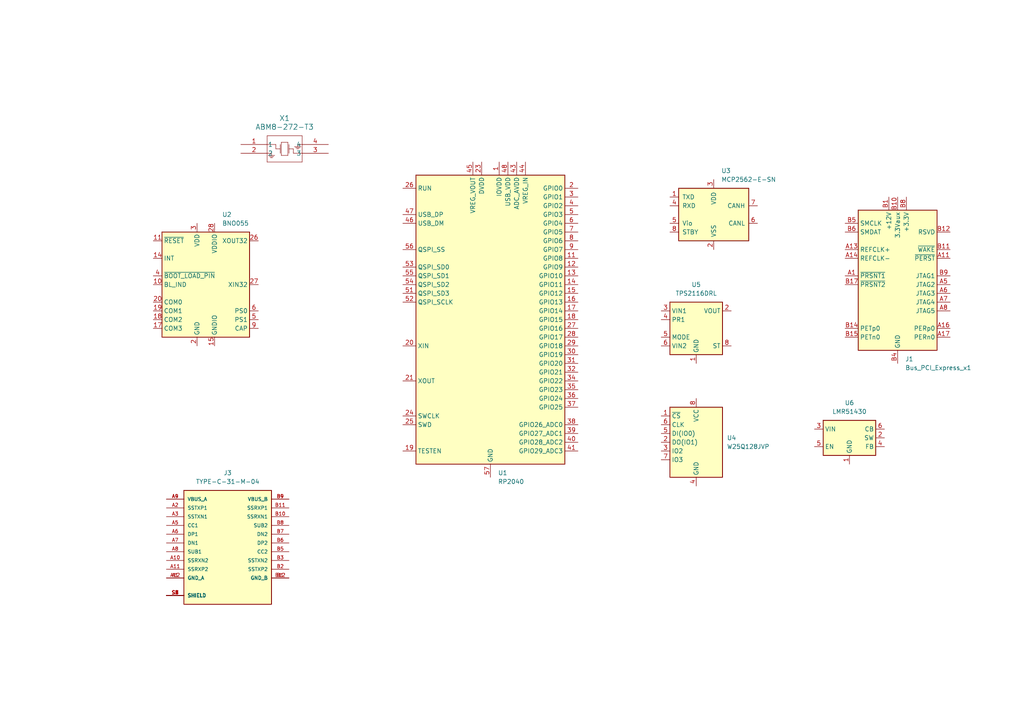
<source format=kicad_sch>
(kicad_sch (version 20231120) (generator "eeschema") (generator_version "8.0")
  (paper "A4")
  (lib_symbols
    (symbol "2024-12-09_07-34-56:ABM8-272-T3" (pin_names (offset 0.254))
      (property "Reference" "X" (at 12.7 7.62 0))
      (property "Value" "ABM8-272-T3" (at 12.7 5.08 0))
      (symbol "ABM8-272-T3_0_1"
        (polyline (pts (xy 7.62 -5.08) (xy 17.78 -5.08)) (stroke (width 0.127)))
        (polyline (pts (xy 7.62 -2.54) (xy 8.89 -2.54)) (stroke (width 0.127)))
        (polyline (pts (xy 7.62 2.54) (xy 7.62 -5.08)) (stroke (width 0.127)))
        (polyline (pts (xy 7.9375 -3.175) (xy 9.8425 -3.175)) (stroke (width 0.127)))
        (polyline (pts (xy 8.255 -3.4925) (xy 9.525 -3.4925)) (stroke (width 0.127)))
        (polyline (pts (xy 8.5725 -3.81) (xy 9.2075 -3.81)) (stroke (width 0.127)))
        (polyline (pts (xy 8.89 -2.54) (xy 8.89 -3.175)) (stroke (width 0.127)))
        (polyline (pts (xy 10.16 -1.27) (xy 10.16 0)) (stroke (width 0.127)))
        (polyline (pts (xy 10.16 0) (xy 7.62 0)) (stroke (width 0.127)))
        (polyline (pts (xy 11.43 -1.27) (xy 10.16 -1.27)) (stroke (width 0.127)))
        (polyline (pts (xy 11.43 0) (xy 11.43 -2.54)) (stroke (width 0.127)))
        (polyline (pts (xy 11.7475 -3.175) (xy 13.6525 -3.175)) (stroke (width 0.127)))
        (polyline (pts (xy 11.7475 0.635) (xy 11.7475 -3.175)) (stroke (width 0.127)))
        (polyline (pts (xy 13.6525 -3.175) (xy 13.6525 0.635)) (stroke (width 0.127)))
        (polyline (pts (xy 13.6525 0.635) (xy 11.7475 0.635)) (stroke (width 0.127)))
        (polyline (pts (xy 13.97 -1.27) (xy 15.24 -1.27)) (stroke (width 0.127)))
        (polyline (pts (xy 13.97 0) (xy 13.97 -2.54)) (stroke (width 0.127)))
        (polyline (pts (xy 15.24 -2.54) (xy 17.78 -2.54)) (stroke (width 0.127)))
        (polyline (pts (xy 15.24 -1.27) (xy 15.24 -2.54)) (stroke (width 0.127)))
        (polyline (pts (xy 16.51 0) (xy 16.51 -0.635)) (stroke (width 0.127)))
        (polyline (pts (xy 16.8275 -1.27) (xy 16.1925 -1.27)) (stroke (width 0.127)))
        (polyline (pts (xy 17.145 -0.9525) (xy 15.875 -0.9525)) (stroke (width 0.127)))
        (polyline (pts (xy 17.4625 -0.635) (xy 15.5575 -0.635)) (stroke (width 0.127)))
        (polyline (pts (xy 17.78 -5.08) (xy 17.78 2.54)) (stroke (width 0.127)))
        (polyline (pts (xy 17.78 0) (xy 16.51 0)) (stroke (width 0.127)))
        (polyline (pts (xy 17.78 2.54) (xy 7.62 2.54)) (stroke (width 0.127)))
        (pin unspecified line (at 0 0 0) (length 7.62) (name "1") (number "1"))
        (pin unspecified line (at 0 -2.54 0) (length 7.62) (name "2") (number "2"))
        (pin unspecified line (at 25.4 -2.54 180) (length 7.62) (name "3") (number "3"))
        (pin unspecified line (at 25.4 0 180) (length 7.62) (name "4") (number "4"))
      )
    )
    (symbol "Connector:Bus_PCI_Express_x1"
      (property "Reference" "J" (at -8.89 22.86 0))
      (property "Value" "Bus_PCI_Express_x1" (at 12.7 22.86 0))
      (symbol "Bus_PCI_Express_x1_0_1"
        (rectangle (start -11.43 21.59) (end 11.43 -19.05) (stroke (width 0.254)) (fill (type background)))
      )
      (symbol "Bus_PCI_Express_x1_1_1"
        (pin passive line (at -15.24 2.54 0) (length 3.81) (name "~{PRSNT1}") (number "A1"))
        (pin passive line (at 2.54 25.4 270) (length 3.81) hide (name "+3.3V") (number "A10"))
        (pin input line (at 15.24 7.62 180) (length 3.81) (name "~{PERST}") (number "A11"))
        (pin passive line (at 0 -22.86 90) (length 3.81) hide (name "GND") (number "A12"))
        (pin input line (at -15.24 10.16 0) (length 3.81) (name "REFCLK+") (number "A13"))
        (pin input line (at -15.24 7.62 0) (length 3.81) (name "REFCLK-") (number "A14"))
        (pin passive line (at 0 -22.86 90) (length 3.81) hide (name "GND") (number "A15"))
        (pin output line (at 15.24 -12.7 180) (length 3.81) (name "PERp0") (number "A16"))
        (pin output line (at 15.24 -15.24 180) (length 3.81) (name "PERn0") (number "A17"))
        (pin passive line (at 0 -22.86 90) (length 3.81) hide (name "GND") (number "A18"))
        (pin passive line (at -2.54 25.4 270) (length 3.81) hide (name "+12V") (number "A2"))
        (pin passive line (at -2.54 25.4 270) (length 3.81) hide (name "+12V") (number "A3"))
        (pin passive line (at 0 -22.86 90) (length 3.81) hide (name "GND") (number "A4"))
        (pin input line (at 15.24 0 180) (length 3.81) (name "JTAG2") (number "A5"))
        (pin input line (at 15.24 -2.54 180) (length 3.81) (name "JTAG3") (number "A6"))
        (pin output line (at 15.24 -5.08 180) (length 3.81) (name "JTAG4") (number "A7"))
        (pin input line (at 15.24 -7.62 180) (length 3.81) (name "JTAG5") (number "A8"))
        (pin passive line (at 2.54 25.4 270) (length 3.81) hide (name "+3.3V") (number "A9"))
        (pin power_in line (at -2.54 25.4 270) (length 3.81) (name "+12V") (number "B1"))
        (pin power_in line (at 0 25.4 270) (length 3.81) (name "3.3Vaux") (number "B10"))
        (pin open_collector line (at 15.24 10.16 180) (length 3.81) (name "~{WAKE}") (number "B11"))
        (pin passive line (at 15.24 15.24 180) (length 3.81) (name "RSVD") (number "B12"))
        (pin passive line (at 0 -22.86 90) (length 3.81) hide (name "GND") (number "B13"))
        (pin input line (at -15.24 -12.7 0) (length 3.81) (name "PETp0") (number "B14"))
        (pin input line (at -15.24 -15.24 0) (length 3.81) (name "PETn0") (number "B15"))
        (pin passive line (at 0 -22.86 90) (length 3.81) hide (name "GND") (number "B16"))
        (pin passive line (at -15.24 0 0) (length 3.81) (name "~{PRSNT2}") (number "B17"))
        (pin passive line (at 0 -22.86 90) (length 3.81) hide (name "GND") (number "B18"))
        (pin passive line (at -2.54 25.4 270) (length 3.81) hide (name "+12V") (number "B2"))
        (pin passive line (at -2.54 25.4 270) (length 3.81) hide (name "+12V") (number "B3"))
        (pin power_in line (at 0 -22.86 90) (length 3.81) (name "GND") (number "B4"))
        (pin input line (at -15.24 17.78 0) (length 3.81) (name "SMCLK") (number "B5"))
        (pin bidirectional line (at -15.24 15.24 0) (length 3.81) (name "SMDAT") (number "B6"))
        (pin passive line (at 0 -22.86 90) (length 3.81) hide (name "GND") (number "B7"))
        (pin power_in line (at 2.54 25.4 270) (length 3.81) (name "+3.3V") (number "B8"))
        (pin input line (at 15.24 2.54 180) (length 3.81) (name "JTAG1") (number "B9"))
      )
    )
    (symbol "Interface_CAN_LIN:MCP2562-E-SN" (pin_names (offset 1.016))
      (property "Reference" "U" (at -10.16 8.89 0))
      (property "Value" "MCP2562-E-SN" (at 2.54 8.89 0))
      (symbol "MCP2562-E-SN_0_1"
        (rectangle (start -10.16 7.62) (end 10.16 -7.62) (stroke (width 0.254)) (fill (type background)))
      )
      (symbol "MCP2562-E-SN_1_1"
        (pin input line (at -12.7 5.08 0) (length 2.54) (name "TXD") (number "1"))
        (pin power_in line (at 0 -10.16 90) (length 2.54) (name "VSS") (number "2"))
        (pin power_in line (at 0 10.16 270) (length 2.54) (name "VDD") (number "3"))
        (pin output line (at -12.7 2.54 0) (length 2.54) (name "RXD") (number "4"))
        (pin power_in line (at -12.7 -2.54 0) (length 2.54) (name "Vio") (number "5"))
        (pin bidirectional line (at 12.7 -2.54 180) (length 2.54) (name "CANL") (number "6"))
        (pin bidirectional line (at 12.7 2.54 180) (length 2.54) (name "CANH") (number "7"))
        (pin input line (at -12.7 -5.08 0) (length 2.54) (name "STBY") (number "8"))
      )
    )
    (symbol "MCU_RaspberryPi:RP2040"
      (property "Reference" "U" (at 17.78 45.72 0))
      (property "Value" "RP2040" (at 17.78 43.18 0))
      (symbol "RP2040_0_1"
        (rectangle (start -21.59 41.91) (end 21.59 -41.91) (stroke (width 0.254)) (fill (type background)))
      )
      (symbol "RP2040_1_1"
        (pin power_in line (at 2.54 45.72 270) (length 3.81) (name "IOVDD") (number "1"))
        (pin passive line (at 2.54 45.72 270) (length 3.81) hide (name "IOVDD") (number "10"))
        (pin bidirectional line (at 25.4 17.78 180) (length 3.81) (name "GPIO8") (number "11"))
        (pin bidirectional line (at 25.4 15.24 180) (length 3.81) (name "GPIO9") (number "12"))
        (pin bidirectional line (at 25.4 12.7 180) (length 3.81) (name "GPIO10") (number "13"))
        (pin bidirectional line (at 25.4 10.16 180) (length 3.81) (name "GPIO11") (number "14"))
        (pin bidirectional line (at 25.4 7.62 180) (length 3.81) (name "GPIO12") (number "15"))
        (pin bidirectional line (at 25.4 5.08 180) (length 3.81) (name "GPIO13") (number "16"))
        (pin bidirectional line (at 25.4 2.54 180) (length 3.81) (name "GPIO14") (number "17"))
        (pin bidirectional line (at 25.4 0 180) (length 3.81) (name "GPIO15") (number "18"))
        (pin input line (at -25.4 -38.1 0) (length 3.81) (name "TESTEN") (number "19"))
        (pin bidirectional line (at 25.4 38.1 180) (length 3.81) (name "GPIO0") (number "2"))
        (pin input line (at -25.4 -7.62 0) (length 3.81) (name "XIN") (number "20"))
        (pin passive line (at -25.4 -17.78 0) (length 3.81) (name "XOUT") (number "21"))
        (pin passive line (at 2.54 45.72 270) (length 3.81) hide (name "IOVDD") (number "22"))
        (pin power_in line (at -2.54 45.72 270) (length 3.81) (name "DVDD") (number "23"))
        (pin input line (at -25.4 -27.94 0) (length 3.81) (name "SWCLK") (number "24"))
        (pin bidirectional line (at -25.4 -30.48 0) (length 3.81) (name "SWD") (number "25"))
        (pin input line (at -25.4 38.1 0) (length 3.81) (name "RUN") (number "26"))
        (pin bidirectional line (at 25.4 -2.54 180) (length 3.81) (name "GPIO16") (number "27"))
        (pin bidirectional line (at 25.4 -5.08 180) (length 3.81) (name "GPIO17") (number "28"))
        (pin bidirectional line (at 25.4 -7.62 180) (length 3.81) (name "GPIO18") (number "29"))
        (pin bidirectional line (at 25.4 35.56 180) (length 3.81) (name "GPIO1") (number "3"))
        (pin bidirectional line (at 25.4 -10.16 180) (length 3.81) (name "GPIO19") (number "30"))
        (pin bidirectional line (at 25.4 -12.7 180) (length 3.81) (name "GPIO20") (number "31"))
        (pin bidirectional line (at 25.4 -15.24 180) (length 3.81) (name "GPIO21") (number "32"))
        (pin passive line (at 2.54 45.72 270) (length 3.81) hide (name "IOVDD") (number "33"))
        (pin bidirectional line (at 25.4 -17.78 180) (length 3.81) (name "GPIO22") (number "34"))
        (pin bidirectional line (at 25.4 -20.32 180) (length 3.81) (name "GPIO23") (number "35"))
        (pin bidirectional line (at 25.4 -22.86 180) (length 3.81) (name "GPIO24") (number "36"))
        (pin bidirectional line (at 25.4 -25.4 180) (length 3.81) (name "GPIO25") (number "37"))
        (pin bidirectional line (at 25.4 -30.48 180) (length 3.81) (name "GPIO26_ADC0") (number "38"))
        (pin bidirectional line (at 25.4 -33.02 180) (length 3.81) (name "GPIO27_ADC1") (number "39"))
        (pin bidirectional line (at 25.4 33.02 180) (length 3.81) (name "GPIO2") (number "4"))
        (pin bidirectional line (at 25.4 -35.56 180) (length 3.81) (name "GPIO28_ADC2") (number "40"))
        (pin bidirectional line (at 25.4 -38.1 180) (length 3.81) (name "GPIO29_ADC3") (number "41"))
        (pin passive line (at 2.54 45.72 270) (length 3.81) hide (name "IOVDD") (number "42"))
        (pin power_in line (at 7.62 45.72 270) (length 3.81) (name "ADC_AVDD") (number "43"))
        (pin power_in line (at 10.16 45.72 270) (length 3.81) (name "VREG_IN") (number "44"))
        (pin power_out line (at -5.08 45.72 270) (length 3.81) (name "VREG_VOUT") (number "45"))
        (pin bidirectional line (at -25.4 27.94 0) (length 3.81) (name "USB_DM") (number "46"))
        (pin bidirectional line (at -25.4 30.48 0) (length 3.81) (name "USB_DP") (number "47"))
        (pin power_in line (at 5.08 45.72 270) (length 3.81) (name "USB_VDD") (number "48"))
        (pin passive line (at 2.54 45.72 270) (length 3.81) hide (name "IOVDD") (number "49"))
        (pin bidirectional line (at 25.4 30.48 180) (length 3.81) (name "GPIO3") (number "5"))
        (pin passive line (at -2.54 45.72 270) (length 3.81) hide (name "DVDD") (number "50"))
        (pin bidirectional line (at -25.4 7.62 0) (length 3.81) (name "QSPI_SD3") (number "51"))
        (pin output line (at -25.4 5.08 0) (length 3.81) (name "QSPI_SCLK") (number "52"))
        (pin bidirectional line (at -25.4 15.24 0) (length 3.81) (name "QSPI_SD0") (number "53"))
        (pin bidirectional line (at -25.4 10.16 0) (length 3.81) (name "QSPI_SD2") (number "54"))
        (pin bidirectional line (at -25.4 12.7 0) (length 3.81) (name "QSPI_SD1") (number "55"))
        (pin bidirectional line (at -25.4 20.32 0) (length 3.81) (name "QSPI_SS") (number "56"))
        (pin power_in line (at 0 -45.72 90) (length 3.81) (name "GND") (number "57"))
        (pin bidirectional line (at 25.4 27.94 180) (length 3.81) (name "GPIO4") (number "6"))
        (pin bidirectional line (at 25.4 25.4 180) (length 3.81) (name "GPIO5") (number "7"))
        (pin bidirectional line (at 25.4 22.86 180) (length 3.81) (name "GPIO6") (number "8"))
        (pin bidirectional line (at 25.4 20.32 180) (length 3.81) (name "GPIO7") (number "9"))
      )
    )
    (symbol "Memory_Flash:W25Q128JVP"
      (property "Reference" "U" (at -6.35 11.43 0))
      (property "Value" "W25Q128JVP" (at 7.62 11.43 0))
      (symbol "W25Q128JVP_0_1"
        (rectangle (start -7.62 10.16) (end 7.62 -10.16) (stroke (width 0.254)) (fill (type background)))
      )
      (symbol "W25Q128JVP_1_1"
        (pin input line (at -10.16 7.62 0) (length 2.54) (name "~{CS}") (number "1"))
        (pin bidirectional line (at -10.16 0 0) (length 2.54) (name "DO(IO1)") (number "2"))
        (pin bidirectional line (at -10.16 -2.54 0) (length 2.54) (name "IO2") (number "3"))
        (pin power_in line (at 0 -12.7 90) (length 2.54) (name "GND") (number "4"))
        (pin bidirectional line (at -10.16 2.54 0) (length 2.54) (name "DI(IO0)") (number "5"))
        (pin input line (at -10.16 5.08 0) (length 2.54) (name "CLK") (number "6"))
        (pin bidirectional line (at -10.16 -5.08 0) (length 2.54) (name "IO3") (number "7"))
        (pin power_in line (at 0 12.7 270) (length 2.54) (name "VCC") (number "8"))
      )
    )
    (symbol "Power_Management:TPS2116DRL"
      (property "Reference" "U" (at -7.874 9.144 0))
      (property "Value" "TPS2116DRL" (at 0.508 -8.89 0))
      (symbol "TPS2116DRL_0_1"
        (rectangle (start -7.62 7.62) (end 7.62 -7.62) (stroke (width 0.254)) (fill (type background)))
      )
      (symbol "TPS2116DRL_1_0"
        (pin power_out line (at 10.16 5.08 180) (length 2.54) hide (name "VOUT") (number "7"))
      )
      (symbol "TPS2116DRL_1_1"
        (pin power_in line (at 0 -10.16 90) (length 2.54) (name "GND") (number "1"))
        (pin power_out line (at 10.16 5.08 180) (length 2.54) (name "VOUT") (number "2"))
        (pin power_in line (at -10.16 5.08 0) (length 2.54) (name "VIN1") (number "3"))
        (pin input line (at -10.16 2.54 0) (length 2.54) (name "PR1") (number "4"))
        (pin input line (at -10.16 -2.54 0) (length 2.54) (name "MODE") (number "5"))
        (pin power_in line (at -10.16 -5.08 0) (length 2.54) (name "VIN2") (number "6"))
        (pin open_collector line (at 10.16 -5.08 180) (length 2.54) (name "ST") (number "8"))
      )
    )
    (symbol "Regulator_Switching:LMR51430"
      (property "Reference" "U" (at -7.62 6.35 0))
      (property "Value" "LMR51430" (at 0 6.35 0))
      (symbol "LMR51430_0_1"
        (rectangle (start -7.62 5.08) (end 7.62 -5.08) (stroke (width 0.254)) (fill (type background)))
      )
      (symbol "LMR51430_1_1"
        (pin power_in line (at 0 -7.62 90) (length 2.54) (name "GND") (number "1"))
        (pin power_out line (at 10.16 0 180) (length 2.54) (name "SW") (number "2"))
        (pin power_in line (at -10.16 2.54 0) (length 2.54) (name "VIN") (number "3"))
        (pin input line (at 10.16 -2.54 180) (length 2.54) (name "FB") (number "4"))
        (pin input line (at -10.16 -2.54 0) (length 2.54) (name "EN") (number "5"))
        (pin passive line (at 10.16 2.54 180) (length 2.54) (name "CB") (number "6"))
      )
    )
    (symbol "Sensor_Motion:BNO055"
      (property "Reference" "U" (at -11.43 16.51 0))
      (property "Value" "BNO055" (at 12.7 16.51 0))
      (symbol "BNO055_0_1"
        (rectangle (start -12.7 15.24) (end 12.7 -15.24) (stroke (width 0.254)) (fill (type background)))
      )
      (symbol "BNO055_1_1"
        (pin no_connect line (at -12.7 10.16 0) (length 2.54) hide (name "PIN1") (number "1"))
        (pin output line (at -15.24 0 0) (length 2.54) (name "BL_IND") (number "10"))
        (pin input line (at -15.24 12.7 0) (length 2.54) (name "~{RESET}") (number "11"))
        (pin no_connect line (at 12.7 10.16 180) (length 2.54) hide (name "PIN12") (number "12"))
        (pin no_connect line (at 12.7 7.62 180) (length 2.54) hide (name "PIN13") (number "13"))
        (pin output line (at -15.24 7.62 0) (length 2.54) (name "INT") (number "14"))
        (pin power_in line (at 2.54 -17.78 90) (length 2.54) (name "GNDIO") (number "15"))
        (pin passive line (at 2.54 -17.78 90) (length 2.54) hide (name "GNDIO") (number "16"))
        (pin input line (at -15.24 -12.7 0) (length 2.54) (name "COM3") (number "17"))
        (pin passive line (at -15.24 -10.16 0) (length 2.54) (name "COM2") (number "18"))
        (pin bidirectional line (at -15.24 -7.62 0) (length 2.54) (name "COM1") (number "19"))
        (pin power_in line (at -2.54 -17.78 90) (length 2.54) (name "GND") (number "2"))
        (pin bidirectional line (at -15.24 -5.08 0) (length 2.54) (name "COM0") (number "20"))
        (pin no_connect line (at 12.7 5.08 180) (length 2.54) hide (name "PIN21") (number "21"))
        (pin no_connect line (at 12.7 2.54 180) (length 2.54) hide (name "PIN22") (number "22"))
        (pin no_connect line (at 12.7 -2.54 180) (length 2.54) hide (name "PIN23") (number "23"))
        (pin no_connect line (at 12.7 -5.08 180) (length 2.54) hide (name "PIN24") (number "24"))
        (pin passive line (at 2.54 -17.78 90) (length 2.54) hide (name "GNDIO") (number "25"))
        (pin output line (at 15.24 12.7 180) (length 2.54) (name "XOUT32") (number "26"))
        (pin input line (at 15.24 0 180) (length 2.54) (name "XIN32") (number "27"))
        (pin power_in line (at 2.54 17.78 270) (length 2.54) (name "VDDIO") (number "28"))
        (pin power_in line (at -2.54 17.78 270) (length 2.54) (name "VDD") (number "3"))
        (pin input line (at -15.24 2.54 0) (length 2.54) (name "~{BOOT_LOAD_PIN}") (number "4"))
        (pin input line (at 15.24 -10.16 180) (length 2.54) (name "PS1") (number "5"))
        (pin input line (at 15.24 -7.62 180) (length 2.54) (name "PS0") (number "6"))
        (pin no_connect line (at -12.7 5.08 0) (length 2.54) hide (name "PIN7") (number "7"))
        (pin no_connect line (at -12.7 -2.54 0) (length 2.54) hide (name "PIN8") (number "8"))
        (pin passive line (at 15.24 -12.7 180) (length 2.54) (name "CAP") (number "9"))
      )
    )
    (symbol "TYPE-C-31-M-04:TYPE-C-31-M-04" (pin_names (offset 1.016))
      (property "Reference" "J" (at -12.7 16.002 0))
      (property "Value" "TYPE-C-31-M-04" (at -12.7 -18.542 0))
      (symbol "TYPE-C-31-M-04_0_0"
        (rectangle (start -12.7 -17.78) (end 12.7 15.24) (stroke (width 0.254)) (fill (type background)))
        (pin power_in line (at -17.78 -10.16 0) (length 5.08) (name "GND_A") (number "A1"))
        (pin bidirectional line (at -17.78 -5.08 0) (length 5.08) (name "SSRXN2") (number "A10"))
        (pin bidirectional line (at -17.78 -7.62 0) (length 5.08) (name "SSRXP2") (number "A11"))
        (pin power_in line (at -17.78 -10.16 0) (length 5.08) (name "GND_A") (number "A12"))
        (pin bidirectional line (at -17.78 10.16 0) (length 5.08) (name "SSTXP1") (number "A2"))
        (pin bidirectional line (at -17.78 7.62 0) (length 5.08) (name "SSTXN1") (number "A3"))
        (pin power_in line (at -17.78 12.7 0) (length 5.08) (name "VBUS_A") (number "A4"))
        (pin bidirectional line (at -17.78 5.08 0) (length 5.08) (name "CC1") (number "A5"))
        (pin bidirectional line (at -17.78 2.54 0) (length 5.08) (name "DP1") (number "A6"))
        (pin bidirectional line (at -17.78 0 0) (length 5.08) (name "DN1") (number "A7"))
        (pin bidirectional line (at -17.78 -2.54 0) (length 5.08) (name "SUB1") (number "A8"))
        (pin power_in line (at -17.78 12.7 0) (length 5.08) (name "VBUS_A") (number "A9"))
        (pin power_in line (at 17.78 -10.16 180) (length 5.08) (name "GND_B") (number "B1"))
        (pin bidirectional line (at 17.78 7.62 180) (length 5.08) (name "SSRXN1") (number "B10"))
        (pin bidirectional line (at 17.78 10.16 180) (length 5.08) (name "SSRXP1") (number "B11"))
        (pin power_in line (at 17.78 -10.16 180) (length 5.08) (name "GND_B") (number "B12"))
        (pin bidirectional line (at 17.78 -7.62 180) (length 5.08) (name "SSTXP2") (number "B2"))
        (pin bidirectional line (at 17.78 -5.08 180) (length 5.08) (name "SSTXN2") (number "B3"))
        (pin power_in line (at 17.78 12.7 180) (length 5.08) (name "VBUS_B") (number "B4"))
        (pin bidirectional line (at 17.78 -2.54 180) (length 5.08) (name "CC2") (number "B5"))
        (pin bidirectional line (at 17.78 0 180) (length 5.08) (name "DP2") (number "B6"))
        (pin bidirectional line (at 17.78 2.54 180) (length 5.08) (name "DN2") (number "B7"))
        (pin bidirectional line (at 17.78 5.08 180) (length 5.08) (name "SUB2") (number "B8"))
        (pin power_in line (at 17.78 12.7 180) (length 5.08) (name "VBUS_B") (number "B9"))
        (pin passive line (at -17.78 -15.24 0) (length 5.08) (name "SHIELD") (number "S1"))
        (pin passive line (at -17.78 -15.24 0) (length 5.08) (name "SHIELD") (number "S2"))
        (pin passive line (at -17.78 -15.24 0) (length 5.08) (name "SHIELD") (number "S3"))
        (pin passive line (at -17.78 -15.24 0) (length 5.08) (name "SHIELD") (number "S4"))
        (pin passive line (at -17.78 -15.24 0) (length 5.08) (name "SHIELD") (number "S5"))
        (pin passive line (at -17.78 -15.24 0) (length 5.08) (name "SHIELD") (number "S6"))
        (pin passive line (at -17.78 -15.24 0) (length 5.08) (name "SHIELD") (number "S7"))
        (pin passive line (at -17.78 -15.24 0) (length 5.08) (name "SHIELD") (number "S8"))
      )
    )
  )
  (symbol (lib_id "Sensor_Motion:BNO055") (at 59.69 82.55 0) (unit 1)
    (property "Reference" "U2" (at 64.4241 62.23 0) (effects (justify left)))
    (property "Value" "BNO055" (at 64.4241 64.77 0) (effects (justify left)))
    (property "Footprint" "Package_LGA:LGA-28_5.2x3.8mm_P0.5mm" (effects (hide yes)))
    (property "Datasheet" "https://www.bosch-sensortec.com/media/boschsensortec/downloads/datasheets/bst-bno055-ds000.pdf" (effects (hide yes)))
    (property "Description" "Intelligent 9-axis absolute orientation sensor, LGA-28" (effects (hide yes)))
    (property "LCSC" "C93216" (effects (hide yes)))
    (property "basic?" "no" (effects (hide yes)))
    (property "price" "C$14.0435 " (effects (hide yes)))
    (property "link" "https://jlcpcb.com/partdetail/BoschSensortec-BNO055/C93216" (effects (hide yes)))
  )
  (symbol (lib_id "Regulator_Switching:LMR51430") (at 246.38 127 0) (unit 1)
    (property "Reference" "U6" (at 246.38 116.84 0))
    (property "Value" "LMR51430" (at 246.38 119.38 0))
    (property "Footprint" "Package_TO_SOT_SMD:SOT-23-6" (effects (hide yes)))
    (property "Datasheet" "https://www.ti.com/lit/ds/symlink/lmr51430.pdf" (effects (hide yes)))
    (property "Description" "4.5-V to 36-V, 3-A synchronous buck converter with 40-µA IQ, SOT-23-6" (effects (hide yes)))
  )
  (symbol (lib_id "Power_Management:TPS2116DRL") (at 201.93 95.25 0) (unit 1)
    (property "Reference" "U5" (at 201.93 82.55 0))
    (property "Value" "TPS2116DRL" (at 201.93 85.09 0))
    (property "Footprint" "Package_TO_SOT_SMD:SOT-583-8" (effects (hide yes)))
    (property "Datasheet" "https://www.ti.com/lit/ds/symlink/tps2116.pdf" (effects (hide yes)))
    (property "Description" "2 Channnels Power Mux with Manual and Priority Switchover, 1.6-5.5V Input Voltage, 2.5A Output Current, Ron 40 mOhm, SOT-583-8" (effects (hide yes)))
  )
  (symbol (lib_id "MCU_RaspberryPi:RP2040") (at 142.24 92.71 0) (unit 1)
    (property "Reference" "U1" (at 144.4341 137.16 0) (effects (justify left)))
    (property "Value" "RP2040" (at 144.4341 139.7 0) (effects (justify left)))
    (property "Footprint" "Package_DFN_QFN:QFN-56-1EP_7x7mm_P0.4mm_EP3.2x3.2mm" (effects (hide yes)))
    (property "Datasheet" "https://datasheets.raspberrypi.com/rp2040/rp2040-datasheet.pdf" (effects (hide yes)))
    (property "Description" "A microcontroller by Raspberry Pi" (effects (hide yes)))
    (property "LCSC" "C2040" (effects (hide yes)))
    (property "basic?" "no" (effects (hide yes)))
    (property "price" "C$1.4190 " (effects (hide yes)))
    (property "link" "https://jlcpcb.com/parts/componentSearch?searchTxt=rp2040" (effects (hide yes)))
  )
  (symbol (lib_id "Connector:Bus_PCI_Express_x1") (at 260.35 82.55 0) (unit 1)
    (property "Reference" "J1" (at 262.5441 104.14 0) (effects (justify left)))
    (property "Value" "Bus_PCI_Express_x1" (at 262.5441 106.68 0) (effects (justify left)))
    (property "Footprint" "Connector_PCBEdge:BUS_PCIexpress_x1" (effects (hide yes)))
    (property "Datasheet" "http://www.ritrontek.com/uploadfile/2016/1026/20161026105231124.pdf#page=63" (effects (hide yes)))
    (property "Description" "PCI Express bus connector x1" (effects (hide yes)))
    (property "LCSC" "n/a" (effects (hide yes)))
    (property "basic?" "n/a" (effects (hide yes)))
    (property "price" "n/a" (effects (hide yes)))
    (property "link" "n/a" (effects (hide yes)))
  )
  (symbol (lib_id "Memory_Flash:W25Q128JVP") (at 201.93 128.27 0) (unit 1)
    (property "Reference" "U4" (at 210.82 126.9999 0) (effects (justify left)))
    (property "Value" "W25Q128JVP" (at 210.82 129.5399 0) (effects (justify left)))
    (property "Footprint" "Package_SON:WSON-8-1EP_6x5mm_P1.27mm_EP3.4x4.3mm" (effects (hide yes)))
    (property "Datasheet" "https://www.winbond.com/resource-files/w25q128jv_dtr%20revc%2003272018%20plus.pdf" (effects (hide yes)))
    (property "Description" "128Mb Serial Flash Memory, Standard/Dual/Quad SPI, WSON-8" (effects (hide yes)))
    (property "LCSC" "C190862" (effects (hide yes)))
    (property "basic?" "no" (effects (hide yes)))
    (property "price" "C$1.0737 " (effects (hide yes)))
    (property "link" "https://jlcpcb.com/partdetail/WinbondElec-W25Q128JVPIQ/C190862" (effects (hide yes)))
  )
  (symbol (lib_id "2024-12-09_07-34-56:ABM8-272-T3") (at 69.85 41.91 0) (unit 1)
    (property "Reference" "X1" (at 82.55 34.29 0) (effects (font (size 1.524 1.524))))
    (property "Value" "ABM8-272-T3" (at 82.55 36.83 0) (effects (font (size 1.524 1.524))))
    (property "Footprint" "footprints:ABM8-272-T3_ABR" (effects (hide yes)))
    (property "Datasheet" "ABM8-272-T3" (effects (hide yes)))
  )
  (symbol (lib_id "Interface_CAN_LIN:MCP2562-E-SN") (at 207.01 62.23 0) (unit 1)
    (property "Reference" "U3" (at 209.2041 49.53 0) (effects (justify left)))
    (property "Value" "MCP2562-E-SN" (at 209.2041 52.07 0) (effects (justify left)))
    (property "Footprint" "Package_SO:SOIC-8_3.9x4.9mm_P1.27mm" (effects (hide yes)))
    (property "Datasheet" "http://ww1.microchip.com/downloads/en/DeviceDoc/25167A.pdf" (effects (hide yes)))
    (property "Description" "High-Speed CAN Transceiver, 1Mbps, 5V supply, Vio pin, -40C to +125C, SOIC-8" (effects (hide yes)))
  )
  (symbol (lib_id "TYPE-C-31-M-04:TYPE-C-31-M-04") (at 66.04 157.48 0) (unit 1)
    (property "Reference" "J3" (at 66.04 137.16 0))
    (property "Value" "TYPE-C-31-M-04" (at 66.04 139.7 0))
    (property "Footprint" "TYPE-C-31-M-04:HRO_TYPE-C-31-M-04" (effects (hide yes)))
    (property "MF" "HRO Electronics Co., Ltd." (effects (hide yes)))
    (property "MAXIMUM_PACKAGE_HEIGHT" "3.32mm" (effects (hide yes)))
    (property "Package" "Package" (effects (hide yes)))
    (property "Price" "None" (effects (hide yes)))
    (property "Check_prices" "https://www.snapeda.com/parts/TYPE-C-31-M-04/HRO+Electronics+Co.%252C+Ltd./view-part/?ref=eda" (effects (hide yes)))
    (property "STANDARD" "Manufacturer Recommendations" (effects (hide yes)))
    (property "PARTREV" "A" (effects (hide yes)))
    (property "SnapEDA_Link" "https://www.snapeda.com/parts/TYPE-C-31-M-04/HRO+Electronics+Co.%252C+Ltd./view-part/?ref=snap" (effects (hide yes)))
    (property "MP" "TYPE-C-31-M-04" (effects (hide yes)))
    (property "Description_1" "\n                        \n                            USB Connector Type C\n                        \n" (effects (hide yes)))
    (property "Availability" "Not in stock" (effects (hide yes)))
    (property "MANUFACTURER" "HRO Electronics" (effects (hide yes)))
    (property "LCSC" "C129018" (effects (hide yes)))
    (property "basic?" "no" (effects (hide yes)))
    (property "link" "https://jlcpcb.com/partdetail/Korean_HropartsElec-TYPE_C_31_M04/C129018" (effects (hide yes)))
    (property "price" "C$0.8196 " (effects (hide yes)))
  )
)
</source>
